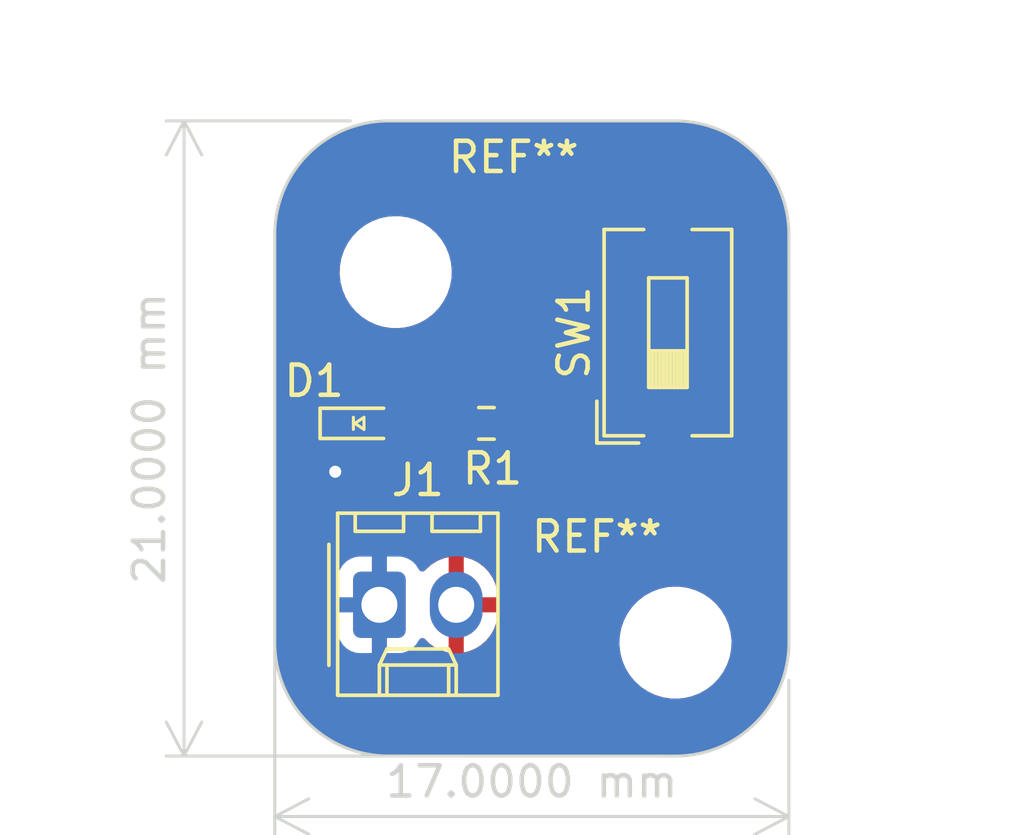
<source format=kicad_pcb>
(kicad_pcb (version 20221018) (generator pcbnew)
  (title_block (title "LED Project") (date "2022-08-16") (rev "1.0") (company "Illini Solar Car") (comment 1 "Designed By: Mia Fang"))
  (layers (0 "F.Cu" signal) (31 "B.Cu" signal) (34 "B.Paste" user) (35 "F.Paste" user) (36 "B.SilkS" user "B.Silkscreen") (37 "F.SilkS" user "F.Silkscreen") (38 "B.Mask" user) (39 "F.Mask" user) (44 "Edge.Cuts" user))
  (net 0 "")
  (net 1 "GND")
  (net 2 "Net-(D1-A)")
  (net 3 "+3V3")
  (net 4 "Net-(R1-Pad1)")
  (footprint "layout:LED_0603_Symbol_on_F.SilkS" (layer "F.Cu") (at 133.8 90)
    (fp_text reference "D1" (at -1.5 -1.4) (layer "F.SilkS"))
    (fp_text value "LED_MINT")
    (fp_line (start -1.3 -0.5) (end -1.3 0.5) (stroke (width 0.12)) (layer "F.SilkS"))
    (fp_line (start -1.3 -0.5) (end 0.8 -0.5) (stroke (width 0.12)) (layer "F.SilkS"))
    (fp_line (start -1.3 0.5) (end 0.8 0.5) (stroke (width 0.12)) (layer "F.SilkS"))
    (fp_line (start -0.2 -0.2) (end -0.2 0.2) (stroke (width 0.1)) (layer "F.SilkS"))
    (fp_line (start -0.15 0) (end 0.15 -0.2) (stroke (width 0.1)) (layer "F.SilkS"))
    (fp_line (start 0.15 -0.2) (end 0.15 0.2) (stroke (width 0.1)) (layer "F.SilkS"))
    (fp_line (start 0.15 0.2) (end -0.15 0) (stroke (width 0.1)) (layer "F.SilkS"))
    (pad "1" smd rect (at -0.8 0 180) (size 0.8 0.8) (layers "F.Cu" "F.Paste" "F.Mask") (net 1 "GND"))
    (pad "2" smd rect (at 0.8 0 180) (size 0.8 0.8) (layers "F.Cu" "F.Paste" "F.Mask") (net 2 "Net-(D1-A)"))
  )
  (footprint "MountingHole:MountingHole_3.2mm_M3" (layer "F.Cu") (at 135 85)
    (fp_text reference "REF**" (at 3.9 -3.8) (layer "F.SilkS"))
    (fp_text value "MountingHole_3.2mm_M3")
    (pad "" np_thru_hole circle (at 0 0) (size 3.2 3.2) (drill 3.2) (layers "*.Cu" "*.Mask"))
  )
  (footprint "Resistor_SMD:R_0603_1608Metric_Pad0.98x0.95mm_HandSolder" (layer "F.Cu") (at 138 90 180)
    (fp_text reference "R1" (at -0.2 -1.5) (layer "F.SilkS"))
    (fp_text value "105")
    (fp_line (start -0.254724 -0.5225) (end 0.254724 -0.5225) (stroke (width 0.12)) (layer "F.SilkS"))
    (fp_line (start -0.254724 0.5225) (end 0.254724 0.5225) (stroke (width 0.12)) (layer "F.SilkS"))
    (pad "1" smd roundrect (at -0.9125 0 180) (size 0.975 0.95) (layers "F.Cu" "F.Paste" "F.Mask") (net 4 "Net-(R1-Pad1)"))
    (pad "2" smd roundrect (at 0.9125 0 180) (size 0.975 0.95) (layers "F.Cu" "F.Paste" "F.Mask") (net 2 "Net-(D1-A)"))
  )
  (footprint "Button_Switch_SMD:SW_DIP_SPSTx01_Slide_6.7x4.1mm_W8.61mm_P2.54mm_LowProfile" (layer "F.Cu") (at 144 87 90)
    (fp_text reference "SW1" (at 0 -3.11 90) (layer "F.SilkS"))
    (fp_text value "SW_Push")
    (fp_line (start -3.65 -2.35) (end -3.65 -0.967) (stroke (width 0.12)) (layer "F.SilkS"))
    (fp_line (start -3.65 -2.35) (end -2.267 -2.35) (stroke (width 0.12)) (layer "F.SilkS"))
    (fp_line (start -3.41 -2.11) (end -3.41 -0.8) (stroke (width 0.12)) (layer "F.SilkS"))
    (fp_line (start -3.41 -2.11) (end 3.41 -2.11) (stroke (width 0.12)) (layer "F.SilkS"))
    (fp_line (start -3.41 0.8) (end -3.41 2.11) (stroke (width 0.12)) (layer "F.SilkS"))
    (fp_line (start -3.41 2.11) (end 3.41 2.11) (stroke (width 0.12)) (layer "F.SilkS"))
    (fp_line (start -1.81 -0.635) (end -1.81 0.635) (stroke (width 0.12)) (layer "F.SilkS"))
    (fp_line (start -1.81 -0.515) (end -0.603333 -0.515) (stroke (width 0.12)) (layer "F.SilkS"))
    (fp_line (start -1.81 -0.395) (end -0.603333 -0.395) (stroke (width 0.12)) (layer "F.SilkS"))
    (fp_line (start -1.81 -0.275) (end -0.603333 -0.275) (stroke (width 0.12)) (layer "F.SilkS"))
    (fp_line (start -1.81 -0.155) (end -0.603333 -0.155) (stroke (width 0.12)) (layer "F.SilkS"))
    (fp_line (start -1.81 -0.035) (end -0.603333 -0.035) (stroke (width 0.12)) (layer "F.SilkS"))
    (fp_line (start -1.81 0.085) (end -0.603333 0.085) (stroke (width 0.12)) (layer "F.SilkS"))
    (fp_line (start -1.81 0.205) (end -0.603333 0.205) (stroke (width 0.12)) (layer "F.SilkS"))
    (fp_line (start -1.81 0.325) (end -0.603333 0.325) (stroke (width 0.12)) (layer "F.SilkS"))
    (fp_line (start -1.81 0.445) (end -0.603333 0.445) (stroke (width 0.12)) (layer "F.SilkS"))
    (fp_line (start -1.81 0.565) (end -0.603333 0.565) (stroke (width 0.12)) (layer "F.SilkS"))
    (fp_line (start -1.81 0.635) (end 1.81 0.635) (stroke (width 0.12)) (layer "F.SilkS"))
    (fp_line (start -0.603333 -0.635) (end -0.603333 0.635) (stroke (width 0.12)) (layer "F.SilkS"))
    (fp_line (start 1.81 -0.635) (end -1.81 -0.635) (stroke (width 0.12)) (layer "F.SilkS"))
    (fp_line (start 1.81 0.635) (end 1.81 -0.635) (stroke (width 0.12)) (layer "F.SilkS"))
    (fp_line (start 3.41 -2.11) (end 3.41 -0.8) (stroke (width 0.12)) (layer "F.SilkS"))
    (fp_line (start 3.41 0.8) (end 3.41 2.11) (stroke (width 0.12)) (layer "F.SilkS"))
    (pad "1" smd rect (at -4.305 0 90) (size 2.44 1.12) (layers "F.Cu" "F.Paste" "F.Mask") (net 3 "+3V3"))
    (pad "2" smd rect (at 4.305 0 90) (size 2.44 1.12) (layers "F.Cu" "F.Paste" "F.Mask") (net 4 "Net-(R1-Pad1)"))
  )
  (footprint "Connector_Molex:Molex_KK-254_AE-6410-02A_1x02_P2.54mm_Vertical" (layer "F.Cu") (at 134.46 96)
    (fp_text reference "J1" (at 1.27 -4.12) (layer "F.SilkS"))
    (fp_text value "Conn_01x02")
    (fp_line (start -1.67 -2) (end -1.67 2) (stroke (width 0.12)) (layer "F.SilkS"))
    (fp_line (start -1.38 -3.03) (end -1.38 2.99) (stroke (width 0.12)) (layer "F.SilkS"))
    (fp_line (start -1.38 2.99) (end 3.92 2.99) (stroke (width 0.12)) (layer "F.SilkS"))
    (fp_line (start -0.8 -3.03) (end -0.8 -2.43) (stroke (width 0.12)) (layer "F.SilkS"))
    (fp_line (start -0.8 -2.43) (end 0.8 -2.43) (stroke (width 0.12)) (layer "F.SilkS"))
    (fp_line (start 0 1.99) (end 0.25 1.46) (stroke (width 0.12)) (layer "F.SilkS"))
    (fp_line (start 0 1.99) (end 2.54 1.99) (stroke (width 0.12)) (layer "F.SilkS"))
    (fp_line (start 0 2.99) (end 0 1.99) (stroke (width 0.12)) (layer "F.SilkS"))
    (fp_line (start 0.25 1.46) (end 2.29 1.46) (stroke (width 0.12)) (layer "F.SilkS"))
    (fp_line (start 0.25 2.99) (end 0.25 1.99) (stroke (width 0.12)) (layer "F.SilkS"))
    (fp_line (start 0.8 -2.43) (end 0.8 -3.03) (stroke (width 0.12)) (layer "F.SilkS"))
    (fp_line (start 1.74 -3.03) (end 1.74 -2.43) (stroke (width 0.12)) (layer "F.SilkS"))
    (fp_line (start 1.74 -2.43) (end 3.34 -2.43) (stroke (width 0.12)) (layer "F.SilkS"))
    (fp_line (start 2.29 1.46) (end 2.54 1.99) (stroke (width 0.12)) (layer "F.SilkS"))
    (fp_line (start 2.29 2.99) (end 2.29 1.99) (stroke (width 0.12)) (layer "F.SilkS"))
    (fp_line (start 2.54 1.99) (end 2.54 2.99) (stroke (width 0.12)) (layer "F.SilkS"))
    (fp_line (start 3.34 -2.43) (end 3.34 -3.03) (stroke (width 0.12)) (layer "F.SilkS"))
    (fp_line (start 3.92 -3.03) (end -1.38 -3.03) (stroke (width 0.12)) (layer "F.SilkS"))
    (fp_line (start 3.92 2.99) (end 3.92 -3.03) (stroke (width 0.12)) (layer "F.SilkS"))
    (pad "1" thru_hole roundrect (at 0 0) (size 1.74 2.19) (drill 1.19) (layers "*.Cu" "*.Mask") (roundrect_rratio 0.143678) (net 1 "GND"))
    (pad "2" thru_hole oval (at 2.54 0) (size 1.74 2.19) (drill 1.19) (layers "*.Cu" "*.Mask") (net 3 "+3V3"))
  )
  (footprint "MountingHole:MountingHole_3.2mm_M3" (layer "F.Cu") (at 144.25 97.25)
    (fp_text reference "REF**" (at -2.6 -3.5) (layer "F.SilkS"))
    (fp_text value "MountingHole_3.2mm_M3")
    (pad "" np_thru_hole circle (at 0 0) (size 3.2 3.2) (drill 3.2) (layers "F&B.Cu" "*.Mask"))
  )
  (gr_arc (start 131.00165 83.75165) (mid 132.1 81.1) (end 134.75165 80.00165) (stroke (width 0.1)) (layer "Edge.Cuts"))
  (gr_arc (start 148 97.25) (mid 146.90165 99.90165) (end 144.25 101) (stroke (width 0.1)) (layer "Edge.Cuts"))
  (gr_line (start 131.00165 83.75165) (end 131.00165 97.24835) (stroke (width 0.1)) (layer "Edge.Cuts"))
  (gr_line (start 134.75165 80.00165) (end 144.24835 80.00165) (stroke (width 0.1)) (layer "Edge.Cuts"))
  (gr_line (start 144.25 101) (end 134.75165 100.99835) (stroke (width 0.1)) (layer "Edge.Cuts"))
  (gr_arc (start 134.75165 100.99835) (mid 132.1 99.9) (end 131.00165 97.24835) (stroke (width 0.1)) (layer "Edge.Cuts"))
  (gr_line (start 147.99835 83.75165) (end 148 97.25) (stroke (width 0.1)) (layer "Edge.Cuts"))
  (gr_arc (start 144.24835 80.00165) (mid 146.9 81.1) (end 147.99835 83.75165) (stroke (width 0.1)) (layer "Edge.Cuts"))
  (dimension (type orthogonal) (layer "Edge.Cuts") (pts (xy 134 80) (xy 135 101)) (height -6) (orientation 1) (gr_text "21.0000 mm" (at 126.85 90.5 90) (layer "Edge.Cuts") (effects (font (size 1 1) (thickness 0.15)))) (format (prefix "") (suffix "") (units 3) (units_format 1) (precision 4)) (style (thickness 0.1) (arrow_length 1.27) (text_position_mode 0) (extension_height 0.58642) (extension_offset 0.5) keep_text_aligned))
  (dimension (type orthogonal) (layer "Edge.Cuts") (pts (xy 131 97) (xy 148 98)) (height 6) (orientation 0) (gr_text "17.0000 mm" (at 139.5 101.85) (layer "Edge.Cuts") (effects (font (size 1 1) (thickness 0.15)))) (format (prefix "") (suffix "") (units 3) (units_format 1) (precision 4)) (style (thickness 0.1) (arrow_length 1.27) (text_position_mode 0) (extension_height 0.58642) (extension_offset 0.5) keep_text_aligned))
  (segment (start 133 91.6) (end 133 90) (width 0.25) (layer "F.Cu") (net 1))
  (via (at 133 91.6) (size 0.8) (drill 0.4) (layers "F.Cu" "B.Cu") (net 1))
  (segment (start 137.0875 90) (end 134.6 90) (width 0.25) (layer "F.Cu") (net 2))
  (segment (start 139 84.5) (end 139 89.9125) (width 0.25) (layer "F.Cu") (net 4))
  (segment (start 144 82.695) (end 140.805 82.695) (width 0.25) (layer "F.Cu") (net 4))
  (segment (start 139 89.9125) (end 138.9125 90) (width 0.25) (layer "F.Cu") (net 4))
  (segment (start 140.805 82.695) (end 139 84.5) (width 0.25) (layer "F.Cu") (net 4))
  (zone (net 3) (net_name "+3V3") (layer "F.Cu") (connect_pads (clearance 0.508)) (min_thickness 0.25) (fill yes (thermal_gap 0.5) (thermal_bridge_width 0.5))
    (polygon (pts (xy 131 80) (xy 148 80) (xy 148 101) (xy 131 101)))
  )
  (zone (net 1) (net_name "GND") (layer "B.Cu") (priority 1) (connect_pads (clearance 0.508)) (min_thickness 0.25) (fill yes (thermal_gap 0.5) (thermal_bridge_width 0.5))
    (polygon (pts (xy 131 80) (xy 148 80) (xy 148 101) (xy 131 101)))
  )
)
</source>
